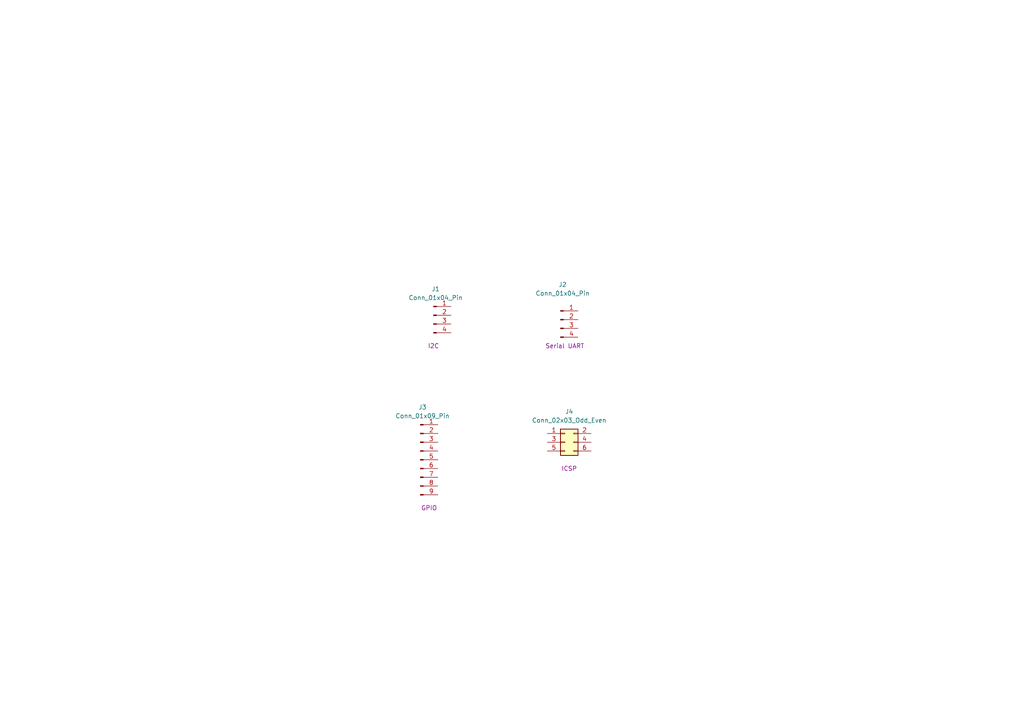
<source format=kicad_sch>
(kicad_sch (version 20250114) (generator "eeschema") (generator_version "9.0")
  (paper "A4")
  (title_block (title "Connectors") (date "2025-12-21") (rev "1") (company "${name}"))
  (lib_symbols
    (symbol "Connector:Conn_01x04_Pin" (pin_names (offset 1.016) (hide yes))
      (property "Reference" "J" (at 0 5.08 0))
      (property "Value" "Conn_01x04_Pin" (at 0 -7.62 0))
      (symbol "Conn_01x04_Pin_1_1"
        (rectangle (start 0.8636 2.667) (end 0 2.413) (stroke (width 0.1524)) (fill (type outline)))
        (rectangle (start 0.8636 0.127) (end 0 -0.127) (stroke (width 0.1524)) (fill (type outline)))
        (rectangle (start 0.8636 -2.413) (end 0 -2.667) (stroke (width 0.1524)) (fill (type outline)))
        (rectangle (start 0.8636 -4.953) (end 0 -5.207) (stroke (width 0.1524)) (fill (type outline)))
        (polyline (pts (xy 1.27 2.54) (xy 0.8636 2.54)) (stroke (width 0.1524)))
        (polyline (pts (xy 1.27 0) (xy 0.8636 0)) (stroke (width 0.1524)))
        (polyline (pts (xy 1.27 -2.54) (xy 0.8636 -2.54)) (stroke (width 0.1524)))
        (polyline (pts (xy 1.27 -5.08) (xy 0.8636 -5.08)) (stroke (width 0.1524)))
        (pin passive line (at 5.08 2.54 180) (length 3.81) (name "Pin_1") (number "1"))
        (pin passive line (at 5.08 0 180) (length 3.81) (name "Pin_2") (number "2"))
        (pin passive line (at 5.08 -2.54 180) (length 3.81) (name "Pin_3") (number "3"))
        (pin passive line (at 5.08 -5.08 180) (length 3.81) (name "Pin_4") (number "4"))
      )
    )
    (symbol "Connector:Conn_01x09_Pin" (pin_names (offset 1.016) (hide yes))
      (property "Reference" "J" (at 0 12.7 0))
      (property "Value" "Conn_01x09_Pin" (at 0 -12.7 0))
      (symbol "Conn_01x09_Pin_1_1"
        (rectangle (start 0.8636 10.287) (end 0 10.033) (stroke (width 0.1524)) (fill (type outline)))
        (rectangle (start 0.8636 7.747) (end 0 7.493) (stroke (width 0.1524)) (fill (type outline)))
        (rectangle (start 0.8636 5.207) (end 0 4.953) (stroke (width 0.1524)) (fill (type outline)))
        (rectangle (start 0.8636 2.667) (end 0 2.413) (stroke (width 0.1524)) (fill (type outline)))
        (rectangle (start 0.8636 0.127) (end 0 -0.127) (stroke (width 0.1524)) (fill (type outline)))
        (rectangle (start 0.8636 -2.413) (end 0 -2.667) (stroke (width 0.1524)) (fill (type outline)))
        (rectangle (start 0.8636 -4.953) (end 0 -5.207) (stroke (width 0.1524)) (fill (type outline)))
        (rectangle (start 0.8636 -7.493) (end 0 -7.747) (stroke (width 0.1524)) (fill (type outline)))
        (rectangle (start 0.8636 -10.033) (end 0 -10.287) (stroke (width 0.1524)) (fill (type outline)))
        (polyline (pts (xy 1.27 10.16) (xy 0.8636 10.16)) (stroke (width 0.1524)))
        (polyline (pts (xy 1.27 7.62) (xy 0.8636 7.62)) (stroke (width 0.1524)))
        (polyline (pts (xy 1.27 5.08) (xy 0.8636 5.08)) (stroke (width 0.1524)))
        (polyline (pts (xy 1.27 2.54) (xy 0.8636 2.54)) (stroke (width 0.1524)))
        (polyline (pts (xy 1.27 0) (xy 0.8636 0)) (stroke (width 0.1524)))
        (polyline (pts (xy 1.27 -2.54) (xy 0.8636 -2.54)) (stroke (width 0.1524)))
        (polyline (pts (xy 1.27 -5.08) (xy 0.8636 -5.08)) (stroke (width 0.1524)))
        (polyline (pts (xy 1.27 -7.62) (xy 0.8636 -7.62)) (stroke (width 0.1524)))
        (polyline (pts (xy 1.27 -10.16) (xy 0.8636 -10.16)) (stroke (width 0.1524)))
        (pin passive line (at 5.08 10.16 180) (length 3.81) (name "Pin_1") (number "1"))
        (pin passive line (at 5.08 7.62 180) (length 3.81) (name "Pin_2") (number "2"))
        (pin passive line (at 5.08 5.08 180) (length 3.81) (name "Pin_3") (number "3"))
        (pin passive line (at 5.08 2.54 180) (length 3.81) (name "Pin_4") (number "4"))
        (pin passive line (at 5.08 0 180) (length 3.81) (name "Pin_5") (number "5"))
        (pin passive line (at 5.08 -2.54 180) (length 3.81) (name "Pin_6") (number "6"))
        (pin passive line (at 5.08 -5.08 180) (length 3.81) (name "Pin_7") (number "7"))
        (pin passive line (at 5.08 -7.62 180) (length 3.81) (name "Pin_8") (number "8"))
        (pin passive line (at 5.08 -10.16 180) (length 3.81) (name "Pin_9") (number "9"))
      )
    )
    (symbol "Connector_Generic:Conn_02x03_Odd_Even" (pin_names (offset 1.016) (hide yes))
      (property "Reference" "J" (at 1.27 5.08 0))
      (property "Value" "Conn_02x03_Odd_Even" (at 1.27 -5.08 0))
      (symbol "Conn_02x03_Odd_Even_1_1"
        (rectangle (start -1.27 3.81) (end 3.81 -3.81) (stroke (width 0.254)) (fill (type background)))
        (rectangle (start -1.27 2.667) (end 0 2.413) (stroke (width 0.1524)))
        (rectangle (start -1.27 0.127) (end 0 -0.127) (stroke (width 0.1524)))
        (rectangle (start -1.27 -2.413) (end 0 -2.667) (stroke (width 0.1524)))
        (rectangle (start 3.81 2.667) (end 2.54 2.413) (stroke (width 0.1524)))
        (rectangle (start 3.81 0.127) (end 2.54 -0.127) (stroke (width 0.1524)))
        (rectangle (start 3.81 -2.413) (end 2.54 -2.667) (stroke (width 0.1524)))
        (pin passive line (at -5.08 2.54 0) (length 3.81) (name "Pin_1") (number "1"))
        (pin passive line (at -5.08 0 0) (length 3.81) (name "Pin_3") (number "3"))
        (pin passive line (at -5.08 -2.54 0) (length 3.81) (name "Pin_5") (number "5"))
        (pin passive line (at 7.62 2.54 180) (length 3.81) (name "Pin_2") (number "2"))
        (pin passive line (at 7.62 0 180) (length 3.81) (name "Pin_4") (number "4"))
        (pin passive line (at 7.62 -2.54 180) (length 3.81) (name "Pin_6") (number "6"))
      )
    )
  )
  (symbol (lib_id "Connector:Conn_01x09_Pin") (at 121.92 133.35 0) (unit 1)
    (property "Reference" "J3" (at 122.555 118.11 0))
    (property "Value" "Conn_01x09_Pin" (at 122.555 120.65 0))
    (property "Description" "Generic connector, single row, 01x09, script generated" (effects (hide yes)))
    (property "Purpose" "GPIO" (at 124.46 147.32 0))
  )
  (symbol (lib_id "Connector:Conn_01x04_Pin") (at 125.73 91.44 0) (unit 1)
    (property "Reference" "J1" (at 126.365 83.82 0))
    (property "Value" "Conn_01x04_Pin" (at 126.365 86.36 0))
    (property "Description" "Generic connector, single row, 01x04, script generated" (effects (hide yes)))
    (property "Purpose" "I2C" (at 125.73 100.33 0))
  )
  (symbol (lib_id "Connector_Generic:Conn_02x03_Odd_Even") (at 163.83 128.27 0) (unit 1)
    (property "Reference" "J4" (at 165.1 119.38 0))
    (property "Value" "Conn_02x03_Odd_Even" (at 165.1 121.92 0))
    (property "Description" "Generic connector, double row, 02x03, odd/even pin numbering scheme (row 1 odd numbers, row 2 even numbers), script generated (kicad-library-utils/schlib/autogen/connector/)" (effects (hide yes)))
    (property "Purpose" "ICSP" (at 165.1 135.89 0))
  )
  (symbol (lib_id "Connector:Conn_01x04_Pin") (at 162.56 92.71 0) (unit 1)
    (property "Reference" "J2" (at 163.195 82.55 0))
    (property "Value" "Conn_01x04_Pin" (at 163.195 85.09 0))
    (property "Description" "Generic connector, single row, 01x04, script generated" (effects (hide yes)))
    (property "Purpose" "Serial UART" (at 163.83 100.33 0))
  )
)
</source>
